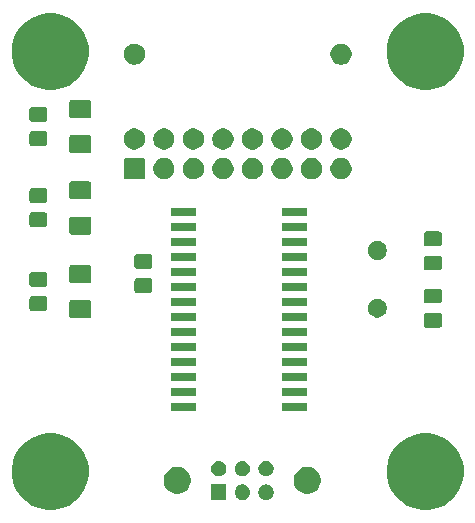
<source format=gbr>
G04 #@! TF.GenerationSoftware,KiCad,Pcbnew,(5.0.1)-3*
G04 #@! TF.CreationDate,2020-02-19T12:47:53-05:00*
G04 #@! TF.ProjectId,fill_sensing,66696C6C5F73656E73696E672E6B6963,rev?*
G04 #@! TF.SameCoordinates,Original*
G04 #@! TF.FileFunction,Soldermask,Top*
G04 #@! TF.FilePolarity,Negative*
%FSLAX46Y46*%
G04 Gerber Fmt 4.6, Leading zero omitted, Abs format (unit mm)*
G04 Created by KiCad (PCBNEW (5.0.1)-3) date 2020-02-19 12:47:53 PM*
%MOMM*%
%LPD*%
G01*
G04 APERTURE LIST*
%ADD10C,0.100000*%
G04 APERTURE END LIST*
D10*
G36*
X137032239Y-100697467D02*
X137346282Y-100759934D01*
X137937926Y-101005001D01*
X138466802Y-101358385D01*
X138470395Y-101360786D01*
X138923214Y-101813605D01*
X138923216Y-101813608D01*
X139278999Y-102346074D01*
X139524066Y-102937718D01*
X139547413Y-103055091D01*
X139649000Y-103565803D01*
X139649000Y-104206197D01*
X139648460Y-104208911D01*
X139524066Y-104834282D01*
X139278999Y-105425926D01*
X139069964Y-105738768D01*
X138923214Y-105958395D01*
X138470395Y-106411214D01*
X138470392Y-106411216D01*
X137937926Y-106766999D01*
X137346282Y-107012066D01*
X137032239Y-107074533D01*
X136718197Y-107137000D01*
X136077803Y-107137000D01*
X135763761Y-107074533D01*
X135449718Y-107012066D01*
X134858074Y-106766999D01*
X134325608Y-106411216D01*
X134325605Y-106411214D01*
X133872786Y-105958395D01*
X133726036Y-105738768D01*
X133517001Y-105425926D01*
X133271934Y-104834282D01*
X133147540Y-104208911D01*
X133147000Y-104206197D01*
X133147000Y-103565803D01*
X133248587Y-103055091D01*
X133271934Y-102937718D01*
X133517001Y-102346074D01*
X133872784Y-101813608D01*
X133872786Y-101813605D01*
X134325605Y-101360786D01*
X134329198Y-101358385D01*
X134858074Y-101005001D01*
X135449718Y-100759934D01*
X135763761Y-100697467D01*
X136077803Y-100635000D01*
X136718197Y-100635000D01*
X137032239Y-100697467D01*
X137032239Y-100697467D01*
G37*
G36*
X105282239Y-100697467D02*
X105596282Y-100759934D01*
X106187926Y-101005001D01*
X106716802Y-101358385D01*
X106720395Y-101360786D01*
X107173214Y-101813605D01*
X107173216Y-101813608D01*
X107528999Y-102346074D01*
X107774066Y-102937718D01*
X107797413Y-103055091D01*
X107899000Y-103565803D01*
X107899000Y-104206197D01*
X107898460Y-104208911D01*
X107774066Y-104834282D01*
X107528999Y-105425926D01*
X107319964Y-105738768D01*
X107173214Y-105958395D01*
X106720395Y-106411214D01*
X106720392Y-106411216D01*
X106187926Y-106766999D01*
X105596282Y-107012066D01*
X105282239Y-107074533D01*
X104968197Y-107137000D01*
X104327803Y-107137000D01*
X104013761Y-107074533D01*
X103699718Y-107012066D01*
X103108074Y-106766999D01*
X102575608Y-106411216D01*
X102575605Y-106411214D01*
X102122786Y-105958395D01*
X101976036Y-105738768D01*
X101767001Y-105425926D01*
X101521934Y-104834282D01*
X101397540Y-104208911D01*
X101397000Y-104206197D01*
X101397000Y-103565803D01*
X101498587Y-103055091D01*
X101521934Y-102937718D01*
X101767001Y-102346074D01*
X102122784Y-101813608D01*
X102122786Y-101813605D01*
X102575605Y-101360786D01*
X102579198Y-101358385D01*
X103108074Y-101005001D01*
X103699718Y-100759934D01*
X104013761Y-100697467D01*
X104327803Y-100635000D01*
X104968197Y-100635000D01*
X105282239Y-100697467D01*
X105282239Y-100697467D01*
G37*
G36*
X123093890Y-105006017D02*
X123212361Y-105055089D01*
X123318992Y-105126338D01*
X123409662Y-105217008D01*
X123480911Y-105323639D01*
X123529983Y-105442110D01*
X123555000Y-105567881D01*
X123555000Y-105696119D01*
X123529983Y-105821890D01*
X123480911Y-105940361D01*
X123409662Y-106046992D01*
X123318992Y-106137662D01*
X123212361Y-106208911D01*
X123093890Y-106257983D01*
X122968119Y-106283000D01*
X122839881Y-106283000D01*
X122714110Y-106257983D01*
X122595639Y-106208911D01*
X122489008Y-106137662D01*
X122398338Y-106046992D01*
X122327089Y-105940361D01*
X122278017Y-105821890D01*
X122253000Y-105696119D01*
X122253000Y-105567881D01*
X122278017Y-105442110D01*
X122327089Y-105323639D01*
X122398338Y-105217008D01*
X122489008Y-105126338D01*
X122595639Y-105055089D01*
X122714110Y-105006017D01*
X122839881Y-104981000D01*
X122968119Y-104981000D01*
X123093890Y-105006017D01*
X123093890Y-105006017D01*
G37*
G36*
X119555000Y-106283000D02*
X118253000Y-106283000D01*
X118253000Y-104981000D01*
X119555000Y-104981000D01*
X119555000Y-106283000D01*
X119555000Y-106283000D01*
G37*
G36*
X121093890Y-105006017D02*
X121212361Y-105055089D01*
X121318992Y-105126338D01*
X121409662Y-105217008D01*
X121480911Y-105323639D01*
X121529983Y-105442110D01*
X121555000Y-105567881D01*
X121555000Y-105696119D01*
X121529983Y-105821890D01*
X121480911Y-105940361D01*
X121409662Y-106046992D01*
X121318992Y-106137662D01*
X121212361Y-106208911D01*
X121093890Y-106257983D01*
X120968119Y-106283000D01*
X120839881Y-106283000D01*
X120714110Y-106257983D01*
X120595639Y-106208911D01*
X120489008Y-106137662D01*
X120398338Y-106046992D01*
X120327089Y-105940361D01*
X120278017Y-105821890D01*
X120253000Y-105696119D01*
X120253000Y-105567881D01*
X120278017Y-105442110D01*
X120327089Y-105323639D01*
X120398338Y-105217008D01*
X120489008Y-105126338D01*
X120595639Y-105055089D01*
X120714110Y-105006017D01*
X120839881Y-104981000D01*
X120968119Y-104981000D01*
X121093890Y-105006017D01*
X121093890Y-105006017D01*
G37*
G36*
X126739734Y-103525232D02*
X126949202Y-103611996D01*
X127137723Y-103737962D01*
X127298038Y-103898277D01*
X127424004Y-104086798D01*
X127510768Y-104296266D01*
X127555000Y-104518635D01*
X127555000Y-104745365D01*
X127510768Y-104967734D01*
X127424004Y-105177202D01*
X127298038Y-105365723D01*
X127137723Y-105526038D01*
X126949202Y-105652004D01*
X126739734Y-105738768D01*
X126517365Y-105783000D01*
X126290635Y-105783000D01*
X126068266Y-105738768D01*
X125858798Y-105652004D01*
X125670277Y-105526038D01*
X125509962Y-105365723D01*
X125383996Y-105177202D01*
X125297232Y-104967734D01*
X125253000Y-104745365D01*
X125253000Y-104518635D01*
X125297232Y-104296266D01*
X125383996Y-104086798D01*
X125509962Y-103898277D01*
X125670277Y-103737962D01*
X125858798Y-103611996D01*
X126068266Y-103525232D01*
X126290635Y-103481000D01*
X126517365Y-103481000D01*
X126739734Y-103525232D01*
X126739734Y-103525232D01*
G37*
G36*
X115739734Y-103525232D02*
X115949202Y-103611996D01*
X116137723Y-103737962D01*
X116298038Y-103898277D01*
X116424004Y-104086798D01*
X116510768Y-104296266D01*
X116555000Y-104518635D01*
X116555000Y-104745365D01*
X116510768Y-104967734D01*
X116424004Y-105177202D01*
X116298038Y-105365723D01*
X116137723Y-105526038D01*
X115949202Y-105652004D01*
X115739734Y-105738768D01*
X115517365Y-105783000D01*
X115290635Y-105783000D01*
X115068266Y-105738768D01*
X114858798Y-105652004D01*
X114670277Y-105526038D01*
X114509962Y-105365723D01*
X114383996Y-105177202D01*
X114297232Y-104967734D01*
X114253000Y-104745365D01*
X114253000Y-104518635D01*
X114297232Y-104296266D01*
X114383996Y-104086798D01*
X114509962Y-103898277D01*
X114670277Y-103737962D01*
X114858798Y-103611996D01*
X115068266Y-103525232D01*
X115290635Y-103481000D01*
X115517365Y-103481000D01*
X115739734Y-103525232D01*
X115739734Y-103525232D01*
G37*
G36*
X123093890Y-103006017D02*
X123212361Y-103055089D01*
X123318992Y-103126338D01*
X123409662Y-103217008D01*
X123480911Y-103323639D01*
X123529983Y-103442110D01*
X123555000Y-103567881D01*
X123555000Y-103696119D01*
X123529983Y-103821890D01*
X123480911Y-103940361D01*
X123409662Y-104046992D01*
X123318992Y-104137662D01*
X123212361Y-104208911D01*
X123093890Y-104257983D01*
X122968119Y-104283000D01*
X122839881Y-104283000D01*
X122714110Y-104257983D01*
X122595639Y-104208911D01*
X122489008Y-104137662D01*
X122398338Y-104046992D01*
X122327089Y-103940361D01*
X122278017Y-103821890D01*
X122253000Y-103696119D01*
X122253000Y-103567881D01*
X122278017Y-103442110D01*
X122327089Y-103323639D01*
X122398338Y-103217008D01*
X122489008Y-103126338D01*
X122595639Y-103055089D01*
X122714110Y-103006017D01*
X122839881Y-102981000D01*
X122968119Y-102981000D01*
X123093890Y-103006017D01*
X123093890Y-103006017D01*
G37*
G36*
X119093890Y-103006017D02*
X119212361Y-103055089D01*
X119318992Y-103126338D01*
X119409662Y-103217008D01*
X119480911Y-103323639D01*
X119529983Y-103442110D01*
X119555000Y-103567881D01*
X119555000Y-103696119D01*
X119529983Y-103821890D01*
X119480911Y-103940361D01*
X119409662Y-104046992D01*
X119318992Y-104137662D01*
X119212361Y-104208911D01*
X119093890Y-104257983D01*
X118968119Y-104283000D01*
X118839881Y-104283000D01*
X118714110Y-104257983D01*
X118595639Y-104208911D01*
X118489008Y-104137662D01*
X118398338Y-104046992D01*
X118327089Y-103940361D01*
X118278017Y-103821890D01*
X118253000Y-103696119D01*
X118253000Y-103567881D01*
X118278017Y-103442110D01*
X118327089Y-103323639D01*
X118398338Y-103217008D01*
X118489008Y-103126338D01*
X118595639Y-103055089D01*
X118714110Y-103006017D01*
X118839881Y-102981000D01*
X118968119Y-102981000D01*
X119093890Y-103006017D01*
X119093890Y-103006017D01*
G37*
G36*
X121093890Y-103006017D02*
X121212361Y-103055089D01*
X121318992Y-103126338D01*
X121409662Y-103217008D01*
X121480911Y-103323639D01*
X121529983Y-103442110D01*
X121555000Y-103567881D01*
X121555000Y-103696119D01*
X121529983Y-103821890D01*
X121480911Y-103940361D01*
X121409662Y-104046992D01*
X121318992Y-104137662D01*
X121212361Y-104208911D01*
X121093890Y-104257983D01*
X120968119Y-104283000D01*
X120839881Y-104283000D01*
X120714110Y-104257983D01*
X120595639Y-104208911D01*
X120489008Y-104137662D01*
X120398338Y-104046992D01*
X120327089Y-103940361D01*
X120278017Y-103821890D01*
X120253000Y-103696119D01*
X120253000Y-103567881D01*
X120278017Y-103442110D01*
X120327089Y-103323639D01*
X120398338Y-103217008D01*
X120489008Y-103126338D01*
X120595639Y-103055089D01*
X120714110Y-103006017D01*
X120839881Y-102981000D01*
X120968119Y-102981000D01*
X121093890Y-103006017D01*
X121093890Y-103006017D01*
G37*
G36*
X117001000Y-98776000D02*
X114899000Y-98776000D01*
X114899000Y-98074000D01*
X117001000Y-98074000D01*
X117001000Y-98776000D01*
X117001000Y-98776000D01*
G37*
G36*
X126401000Y-98776000D02*
X124299000Y-98776000D01*
X124299000Y-98074000D01*
X126401000Y-98074000D01*
X126401000Y-98776000D01*
X126401000Y-98776000D01*
G37*
G36*
X126401000Y-97506000D02*
X124299000Y-97506000D01*
X124299000Y-96804000D01*
X126401000Y-96804000D01*
X126401000Y-97506000D01*
X126401000Y-97506000D01*
G37*
G36*
X117001000Y-97506000D02*
X114899000Y-97506000D01*
X114899000Y-96804000D01*
X117001000Y-96804000D01*
X117001000Y-97506000D01*
X117001000Y-97506000D01*
G37*
G36*
X126401000Y-96236000D02*
X124299000Y-96236000D01*
X124299000Y-95534000D01*
X126401000Y-95534000D01*
X126401000Y-96236000D01*
X126401000Y-96236000D01*
G37*
G36*
X117001000Y-96236000D02*
X114899000Y-96236000D01*
X114899000Y-95534000D01*
X117001000Y-95534000D01*
X117001000Y-96236000D01*
X117001000Y-96236000D01*
G37*
G36*
X126401000Y-94966000D02*
X124299000Y-94966000D01*
X124299000Y-94264000D01*
X126401000Y-94264000D01*
X126401000Y-94966000D01*
X126401000Y-94966000D01*
G37*
G36*
X117001000Y-94966000D02*
X114899000Y-94966000D01*
X114899000Y-94264000D01*
X117001000Y-94264000D01*
X117001000Y-94966000D01*
X117001000Y-94966000D01*
G37*
G36*
X126401000Y-93696000D02*
X124299000Y-93696000D01*
X124299000Y-92994000D01*
X126401000Y-92994000D01*
X126401000Y-93696000D01*
X126401000Y-93696000D01*
G37*
G36*
X117001000Y-93696000D02*
X114899000Y-93696000D01*
X114899000Y-92994000D01*
X117001000Y-92994000D01*
X117001000Y-93696000D01*
X117001000Y-93696000D01*
G37*
G36*
X126401000Y-92426000D02*
X124299000Y-92426000D01*
X124299000Y-91724000D01*
X126401000Y-91724000D01*
X126401000Y-92426000D01*
X126401000Y-92426000D01*
G37*
G36*
X117001000Y-92426000D02*
X114899000Y-92426000D01*
X114899000Y-91724000D01*
X117001000Y-91724000D01*
X117001000Y-92426000D01*
X117001000Y-92426000D01*
G37*
G36*
X137621677Y-90455465D02*
X137659364Y-90466898D01*
X137694103Y-90485466D01*
X137724548Y-90510452D01*
X137749534Y-90540897D01*
X137768102Y-90575636D01*
X137779535Y-90613323D01*
X137784000Y-90658661D01*
X137784000Y-91495339D01*
X137779535Y-91540677D01*
X137768102Y-91578364D01*
X137749534Y-91613103D01*
X137724548Y-91643548D01*
X137694103Y-91668534D01*
X137659364Y-91687102D01*
X137621677Y-91698535D01*
X137576339Y-91703000D01*
X136489661Y-91703000D01*
X136444323Y-91698535D01*
X136406636Y-91687102D01*
X136371897Y-91668534D01*
X136341452Y-91643548D01*
X136316466Y-91613103D01*
X136297898Y-91578364D01*
X136286465Y-91540677D01*
X136282000Y-91495339D01*
X136282000Y-90658661D01*
X136286465Y-90613323D01*
X136297898Y-90575636D01*
X136316466Y-90540897D01*
X136341452Y-90510452D01*
X136371897Y-90485466D01*
X136406636Y-90466898D01*
X136444323Y-90455465D01*
X136489661Y-90451000D01*
X137576339Y-90451000D01*
X137621677Y-90455465D01*
X137621677Y-90455465D01*
G37*
G36*
X117001000Y-91156000D02*
X114899000Y-91156000D01*
X114899000Y-90454000D01*
X117001000Y-90454000D01*
X117001000Y-91156000D01*
X117001000Y-91156000D01*
G37*
G36*
X126401000Y-91156000D02*
X124299000Y-91156000D01*
X124299000Y-90454000D01*
X126401000Y-90454000D01*
X126401000Y-91156000D01*
X126401000Y-91156000D01*
G37*
G36*
X107963562Y-89374181D02*
X107998477Y-89384773D01*
X108030665Y-89401978D01*
X108058873Y-89425127D01*
X108082022Y-89453335D01*
X108099227Y-89485523D01*
X108109819Y-89520438D01*
X108114000Y-89562895D01*
X108114000Y-90704105D01*
X108109819Y-90746562D01*
X108099227Y-90781477D01*
X108082022Y-90813665D01*
X108058873Y-90841873D01*
X108030665Y-90865022D01*
X107998477Y-90882227D01*
X107963562Y-90892819D01*
X107921105Y-90897000D01*
X106454895Y-90897000D01*
X106412438Y-90892819D01*
X106377523Y-90882227D01*
X106345335Y-90865022D01*
X106317127Y-90841873D01*
X106293978Y-90813665D01*
X106276773Y-90781477D01*
X106266181Y-90746562D01*
X106262000Y-90704105D01*
X106262000Y-89562895D01*
X106266181Y-89520438D01*
X106276773Y-89485523D01*
X106293978Y-89453335D01*
X106317127Y-89425127D01*
X106345335Y-89401978D01*
X106377523Y-89384773D01*
X106412438Y-89374181D01*
X106454895Y-89370000D01*
X107921105Y-89370000D01*
X107963562Y-89374181D01*
X107963562Y-89374181D01*
G37*
G36*
X132567643Y-89272781D02*
X132713415Y-89333162D01*
X132844611Y-89420824D01*
X132956176Y-89532389D01*
X133043838Y-89663585D01*
X133104219Y-89809357D01*
X133135000Y-89964107D01*
X133135000Y-90121893D01*
X133104219Y-90276643D01*
X133043838Y-90422415D01*
X132956176Y-90553611D01*
X132844611Y-90665176D01*
X132713415Y-90752838D01*
X132567643Y-90813219D01*
X132412893Y-90844000D01*
X132255107Y-90844000D01*
X132100357Y-90813219D01*
X131954585Y-90752838D01*
X131823389Y-90665176D01*
X131711824Y-90553611D01*
X131624162Y-90422415D01*
X131563781Y-90276643D01*
X131533000Y-90121893D01*
X131533000Y-89964107D01*
X131563781Y-89809357D01*
X131624162Y-89663585D01*
X131711824Y-89532389D01*
X131823389Y-89420824D01*
X131954585Y-89333162D01*
X132100357Y-89272781D01*
X132255107Y-89242000D01*
X132412893Y-89242000D01*
X132567643Y-89272781D01*
X132567643Y-89272781D01*
G37*
G36*
X104220677Y-89040465D02*
X104258364Y-89051898D01*
X104293103Y-89070466D01*
X104323548Y-89095452D01*
X104348534Y-89125897D01*
X104367102Y-89160636D01*
X104378535Y-89198323D01*
X104383000Y-89243661D01*
X104383000Y-90080339D01*
X104378535Y-90125677D01*
X104367102Y-90163364D01*
X104348534Y-90198103D01*
X104323548Y-90228548D01*
X104293103Y-90253534D01*
X104258364Y-90272102D01*
X104220677Y-90283535D01*
X104175339Y-90288000D01*
X103088661Y-90288000D01*
X103043323Y-90283535D01*
X103005636Y-90272102D01*
X102970897Y-90253534D01*
X102940452Y-90228548D01*
X102915466Y-90198103D01*
X102896898Y-90163364D01*
X102885465Y-90125677D01*
X102881000Y-90080339D01*
X102881000Y-89243661D01*
X102885465Y-89198323D01*
X102896898Y-89160636D01*
X102915466Y-89125897D01*
X102940452Y-89095452D01*
X102970897Y-89070466D01*
X103005636Y-89051898D01*
X103043323Y-89040465D01*
X103088661Y-89036000D01*
X104175339Y-89036000D01*
X104220677Y-89040465D01*
X104220677Y-89040465D01*
G37*
G36*
X126401000Y-89886000D02*
X124299000Y-89886000D01*
X124299000Y-89184000D01*
X126401000Y-89184000D01*
X126401000Y-89886000D01*
X126401000Y-89886000D01*
G37*
G36*
X117001000Y-89886000D02*
X114899000Y-89886000D01*
X114899000Y-89184000D01*
X117001000Y-89184000D01*
X117001000Y-89886000D01*
X117001000Y-89886000D01*
G37*
G36*
X137621677Y-88405465D02*
X137659364Y-88416898D01*
X137694103Y-88435466D01*
X137724548Y-88460452D01*
X137749534Y-88490897D01*
X137768102Y-88525636D01*
X137779535Y-88563323D01*
X137784000Y-88608661D01*
X137784000Y-89445339D01*
X137779535Y-89490677D01*
X137768102Y-89528364D01*
X137749534Y-89563103D01*
X137724548Y-89593548D01*
X137694103Y-89618534D01*
X137659364Y-89637102D01*
X137621677Y-89648535D01*
X137576339Y-89653000D01*
X136489661Y-89653000D01*
X136444323Y-89648535D01*
X136406636Y-89637102D01*
X136371897Y-89618534D01*
X136341452Y-89593548D01*
X136316466Y-89563103D01*
X136297898Y-89528364D01*
X136286465Y-89490677D01*
X136282000Y-89445339D01*
X136282000Y-88608661D01*
X136286465Y-88563323D01*
X136297898Y-88525636D01*
X136316466Y-88490897D01*
X136341452Y-88460452D01*
X136371897Y-88435466D01*
X136406636Y-88416898D01*
X136444323Y-88405465D01*
X136489661Y-88401000D01*
X137576339Y-88401000D01*
X137621677Y-88405465D01*
X137621677Y-88405465D01*
G37*
G36*
X113110677Y-87516465D02*
X113148364Y-87527898D01*
X113183103Y-87546466D01*
X113213548Y-87571452D01*
X113238534Y-87601897D01*
X113257102Y-87636636D01*
X113268535Y-87674323D01*
X113273000Y-87719661D01*
X113273000Y-88556339D01*
X113268535Y-88601677D01*
X113257102Y-88639364D01*
X113238534Y-88674103D01*
X113213548Y-88704548D01*
X113183103Y-88729534D01*
X113148364Y-88748102D01*
X113110677Y-88759535D01*
X113065339Y-88764000D01*
X111978661Y-88764000D01*
X111933323Y-88759535D01*
X111895636Y-88748102D01*
X111860897Y-88729534D01*
X111830452Y-88704548D01*
X111805466Y-88674103D01*
X111786898Y-88639364D01*
X111775465Y-88601677D01*
X111771000Y-88556339D01*
X111771000Y-87719661D01*
X111775465Y-87674323D01*
X111786898Y-87636636D01*
X111805466Y-87601897D01*
X111830452Y-87571452D01*
X111860897Y-87546466D01*
X111895636Y-87527898D01*
X111933323Y-87516465D01*
X111978661Y-87512000D01*
X113065339Y-87512000D01*
X113110677Y-87516465D01*
X113110677Y-87516465D01*
G37*
G36*
X126401000Y-88616000D02*
X124299000Y-88616000D01*
X124299000Y-87914000D01*
X126401000Y-87914000D01*
X126401000Y-88616000D01*
X126401000Y-88616000D01*
G37*
G36*
X117001000Y-88616000D02*
X114899000Y-88616000D01*
X114899000Y-87914000D01*
X117001000Y-87914000D01*
X117001000Y-88616000D01*
X117001000Y-88616000D01*
G37*
G36*
X104220677Y-86990465D02*
X104258364Y-87001898D01*
X104293103Y-87020466D01*
X104323548Y-87045452D01*
X104348534Y-87075897D01*
X104367102Y-87110636D01*
X104378535Y-87148323D01*
X104383000Y-87193661D01*
X104383000Y-88030339D01*
X104378535Y-88075677D01*
X104367102Y-88113364D01*
X104348534Y-88148103D01*
X104323548Y-88178548D01*
X104293103Y-88203534D01*
X104258364Y-88222102D01*
X104220677Y-88233535D01*
X104175339Y-88238000D01*
X103088661Y-88238000D01*
X103043323Y-88233535D01*
X103005636Y-88222102D01*
X102970897Y-88203534D01*
X102940452Y-88178548D01*
X102915466Y-88148103D01*
X102896898Y-88113364D01*
X102885465Y-88075677D01*
X102881000Y-88030339D01*
X102881000Y-87193661D01*
X102885465Y-87148323D01*
X102896898Y-87110636D01*
X102915466Y-87075897D01*
X102940452Y-87045452D01*
X102970897Y-87020466D01*
X103005636Y-87001898D01*
X103043323Y-86990465D01*
X103088661Y-86986000D01*
X104175339Y-86986000D01*
X104220677Y-86990465D01*
X104220677Y-86990465D01*
G37*
G36*
X107963562Y-86399181D02*
X107998477Y-86409773D01*
X108030665Y-86426978D01*
X108058873Y-86450127D01*
X108082022Y-86478335D01*
X108099227Y-86510523D01*
X108109819Y-86545438D01*
X108114000Y-86587895D01*
X108114000Y-87729105D01*
X108109819Y-87771562D01*
X108099227Y-87806477D01*
X108082022Y-87838665D01*
X108058873Y-87866873D01*
X108030665Y-87890022D01*
X107998477Y-87907227D01*
X107963562Y-87917819D01*
X107921105Y-87922000D01*
X106454895Y-87922000D01*
X106412438Y-87917819D01*
X106377523Y-87907227D01*
X106345335Y-87890022D01*
X106317127Y-87866873D01*
X106293978Y-87838665D01*
X106276773Y-87806477D01*
X106266181Y-87771562D01*
X106262000Y-87729105D01*
X106262000Y-86587895D01*
X106266181Y-86545438D01*
X106276773Y-86510523D01*
X106293978Y-86478335D01*
X106317127Y-86450127D01*
X106345335Y-86426978D01*
X106377523Y-86409773D01*
X106412438Y-86399181D01*
X106454895Y-86395000D01*
X107921105Y-86395000D01*
X107963562Y-86399181D01*
X107963562Y-86399181D01*
G37*
G36*
X126401000Y-87346000D02*
X124299000Y-87346000D01*
X124299000Y-86644000D01*
X126401000Y-86644000D01*
X126401000Y-87346000D01*
X126401000Y-87346000D01*
G37*
G36*
X117001000Y-87346000D02*
X114899000Y-87346000D01*
X114899000Y-86644000D01*
X117001000Y-86644000D01*
X117001000Y-87346000D01*
X117001000Y-87346000D01*
G37*
G36*
X137621677Y-85611465D02*
X137659364Y-85622898D01*
X137694103Y-85641466D01*
X137724548Y-85666452D01*
X137749534Y-85696897D01*
X137768102Y-85731636D01*
X137779535Y-85769323D01*
X137784000Y-85814661D01*
X137784000Y-86651339D01*
X137779535Y-86696677D01*
X137768102Y-86734364D01*
X137749534Y-86769103D01*
X137724548Y-86799548D01*
X137694103Y-86824534D01*
X137659364Y-86843102D01*
X137621677Y-86854535D01*
X137576339Y-86859000D01*
X136489661Y-86859000D01*
X136444323Y-86854535D01*
X136406636Y-86843102D01*
X136371897Y-86824534D01*
X136341452Y-86799548D01*
X136316466Y-86769103D01*
X136297898Y-86734364D01*
X136286465Y-86696677D01*
X136282000Y-86651339D01*
X136282000Y-85814661D01*
X136286465Y-85769323D01*
X136297898Y-85731636D01*
X136316466Y-85696897D01*
X136341452Y-85666452D01*
X136371897Y-85641466D01*
X136406636Y-85622898D01*
X136444323Y-85611465D01*
X136489661Y-85607000D01*
X137576339Y-85607000D01*
X137621677Y-85611465D01*
X137621677Y-85611465D01*
G37*
G36*
X113110677Y-85466465D02*
X113148364Y-85477898D01*
X113183103Y-85496466D01*
X113213548Y-85521452D01*
X113238534Y-85551897D01*
X113257102Y-85586636D01*
X113268535Y-85624323D01*
X113273000Y-85669661D01*
X113273000Y-86506339D01*
X113268535Y-86551677D01*
X113257102Y-86589364D01*
X113238534Y-86624103D01*
X113213548Y-86654548D01*
X113183103Y-86679534D01*
X113148364Y-86698102D01*
X113110677Y-86709535D01*
X113065339Y-86714000D01*
X111978661Y-86714000D01*
X111933323Y-86709535D01*
X111895636Y-86698102D01*
X111860897Y-86679534D01*
X111830452Y-86654548D01*
X111805466Y-86624103D01*
X111786898Y-86589364D01*
X111775465Y-86551677D01*
X111771000Y-86506339D01*
X111771000Y-85669661D01*
X111775465Y-85624323D01*
X111786898Y-85586636D01*
X111805466Y-85551897D01*
X111830452Y-85521452D01*
X111860897Y-85496466D01*
X111895636Y-85477898D01*
X111933323Y-85466465D01*
X111978661Y-85462000D01*
X113065339Y-85462000D01*
X113110677Y-85466465D01*
X113110677Y-85466465D01*
G37*
G36*
X117001000Y-86076000D02*
X114899000Y-86076000D01*
X114899000Y-85374000D01*
X117001000Y-85374000D01*
X117001000Y-86076000D01*
X117001000Y-86076000D01*
G37*
G36*
X126401000Y-86076000D02*
X124299000Y-86076000D01*
X124299000Y-85374000D01*
X126401000Y-85374000D01*
X126401000Y-86076000D01*
X126401000Y-86076000D01*
G37*
G36*
X132567643Y-84392781D02*
X132713415Y-84453162D01*
X132844611Y-84540824D01*
X132956176Y-84652389D01*
X133043838Y-84783585D01*
X133104219Y-84929357D01*
X133135000Y-85084107D01*
X133135000Y-85241893D01*
X133104219Y-85396643D01*
X133043838Y-85542415D01*
X132956176Y-85673611D01*
X132844611Y-85785176D01*
X132713415Y-85872838D01*
X132567643Y-85933219D01*
X132412893Y-85964000D01*
X132255107Y-85964000D01*
X132100357Y-85933219D01*
X131954585Y-85872838D01*
X131823389Y-85785176D01*
X131711824Y-85673611D01*
X131624162Y-85542415D01*
X131563781Y-85396643D01*
X131533000Y-85241893D01*
X131533000Y-85084107D01*
X131563781Y-84929357D01*
X131624162Y-84783585D01*
X131711824Y-84652389D01*
X131823389Y-84540824D01*
X131954585Y-84453162D01*
X132100357Y-84392781D01*
X132255107Y-84362000D01*
X132412893Y-84362000D01*
X132567643Y-84392781D01*
X132567643Y-84392781D01*
G37*
G36*
X137621677Y-83561465D02*
X137659364Y-83572898D01*
X137694103Y-83591466D01*
X137724548Y-83616452D01*
X137749534Y-83646897D01*
X137768102Y-83681636D01*
X137779535Y-83719323D01*
X137784000Y-83764661D01*
X137784000Y-84601339D01*
X137779535Y-84646677D01*
X137768102Y-84684364D01*
X137749534Y-84719103D01*
X137724548Y-84749548D01*
X137694103Y-84774534D01*
X137659364Y-84793102D01*
X137621677Y-84804535D01*
X137576339Y-84809000D01*
X136489661Y-84809000D01*
X136444323Y-84804535D01*
X136406636Y-84793102D01*
X136371897Y-84774534D01*
X136341452Y-84749548D01*
X136316466Y-84719103D01*
X136297898Y-84684364D01*
X136286465Y-84646677D01*
X136282000Y-84601339D01*
X136282000Y-83764661D01*
X136286465Y-83719323D01*
X136297898Y-83681636D01*
X136316466Y-83646897D01*
X136341452Y-83616452D01*
X136371897Y-83591466D01*
X136406636Y-83572898D01*
X136444323Y-83561465D01*
X136489661Y-83557000D01*
X137576339Y-83557000D01*
X137621677Y-83561465D01*
X137621677Y-83561465D01*
G37*
G36*
X126401000Y-84806000D02*
X124299000Y-84806000D01*
X124299000Y-84104000D01*
X126401000Y-84104000D01*
X126401000Y-84806000D01*
X126401000Y-84806000D01*
G37*
G36*
X117001000Y-84806000D02*
X114899000Y-84806000D01*
X114899000Y-84104000D01*
X117001000Y-84104000D01*
X117001000Y-84806000D01*
X117001000Y-84806000D01*
G37*
G36*
X107963562Y-82298681D02*
X107998477Y-82309273D01*
X108030665Y-82326478D01*
X108058873Y-82349627D01*
X108082022Y-82377835D01*
X108099227Y-82410023D01*
X108109819Y-82444938D01*
X108114000Y-82487395D01*
X108114000Y-83628605D01*
X108109819Y-83671062D01*
X108099227Y-83705977D01*
X108082022Y-83738165D01*
X108058873Y-83766373D01*
X108030665Y-83789522D01*
X107998477Y-83806727D01*
X107963562Y-83817319D01*
X107921105Y-83821500D01*
X106454895Y-83821500D01*
X106412438Y-83817319D01*
X106377523Y-83806727D01*
X106345335Y-83789522D01*
X106317127Y-83766373D01*
X106293978Y-83738165D01*
X106276773Y-83705977D01*
X106266181Y-83671062D01*
X106262000Y-83628605D01*
X106262000Y-82487395D01*
X106266181Y-82444938D01*
X106276773Y-82410023D01*
X106293978Y-82377835D01*
X106317127Y-82349627D01*
X106345335Y-82326478D01*
X106377523Y-82309273D01*
X106412438Y-82298681D01*
X106454895Y-82294500D01*
X107921105Y-82294500D01*
X107963562Y-82298681D01*
X107963562Y-82298681D01*
G37*
G36*
X126401000Y-83536000D02*
X124299000Y-83536000D01*
X124299000Y-82834000D01*
X126401000Y-82834000D01*
X126401000Y-83536000D01*
X126401000Y-83536000D01*
G37*
G36*
X117001000Y-83536000D02*
X114899000Y-83536000D01*
X114899000Y-82834000D01*
X117001000Y-82834000D01*
X117001000Y-83536000D01*
X117001000Y-83536000D01*
G37*
G36*
X104220677Y-81946465D02*
X104258364Y-81957898D01*
X104293103Y-81976466D01*
X104323548Y-82001452D01*
X104348534Y-82031897D01*
X104367102Y-82066636D01*
X104378535Y-82104323D01*
X104383000Y-82149661D01*
X104383000Y-82986339D01*
X104378535Y-83031677D01*
X104367102Y-83069364D01*
X104348534Y-83104103D01*
X104323548Y-83134548D01*
X104293103Y-83159534D01*
X104258364Y-83178102D01*
X104220677Y-83189535D01*
X104175339Y-83194000D01*
X103088661Y-83194000D01*
X103043323Y-83189535D01*
X103005636Y-83178102D01*
X102970897Y-83159534D01*
X102940452Y-83134548D01*
X102915466Y-83104103D01*
X102896898Y-83069364D01*
X102885465Y-83031677D01*
X102881000Y-82986339D01*
X102881000Y-82149661D01*
X102885465Y-82104323D01*
X102896898Y-82066636D01*
X102915466Y-82031897D01*
X102940452Y-82001452D01*
X102970897Y-81976466D01*
X103005636Y-81957898D01*
X103043323Y-81946465D01*
X103088661Y-81942000D01*
X104175339Y-81942000D01*
X104220677Y-81946465D01*
X104220677Y-81946465D01*
G37*
G36*
X126401000Y-82266000D02*
X124299000Y-82266000D01*
X124299000Y-81564000D01*
X126401000Y-81564000D01*
X126401000Y-82266000D01*
X126401000Y-82266000D01*
G37*
G36*
X117001000Y-82266000D02*
X114899000Y-82266000D01*
X114899000Y-81564000D01*
X117001000Y-81564000D01*
X117001000Y-82266000D01*
X117001000Y-82266000D01*
G37*
G36*
X104220677Y-79896465D02*
X104258364Y-79907898D01*
X104293103Y-79926466D01*
X104323548Y-79951452D01*
X104348534Y-79981897D01*
X104367102Y-80016636D01*
X104378535Y-80054323D01*
X104383000Y-80099661D01*
X104383000Y-80936339D01*
X104378535Y-80981677D01*
X104367102Y-81019364D01*
X104348534Y-81054103D01*
X104323548Y-81084548D01*
X104293103Y-81109534D01*
X104258364Y-81128102D01*
X104220677Y-81139535D01*
X104175339Y-81144000D01*
X103088661Y-81144000D01*
X103043323Y-81139535D01*
X103005636Y-81128102D01*
X102970897Y-81109534D01*
X102940452Y-81084548D01*
X102915466Y-81054103D01*
X102896898Y-81019364D01*
X102885465Y-80981677D01*
X102881000Y-80936339D01*
X102881000Y-80099661D01*
X102885465Y-80054323D01*
X102896898Y-80016636D01*
X102915466Y-79981897D01*
X102940452Y-79951452D01*
X102970897Y-79926466D01*
X103005636Y-79907898D01*
X103043323Y-79896465D01*
X103088661Y-79892000D01*
X104175339Y-79892000D01*
X104220677Y-79896465D01*
X104220677Y-79896465D01*
G37*
G36*
X107963562Y-79323681D02*
X107998477Y-79334273D01*
X108030665Y-79351478D01*
X108058873Y-79374627D01*
X108082022Y-79402835D01*
X108099227Y-79435023D01*
X108109819Y-79469938D01*
X108114000Y-79512395D01*
X108114000Y-80653605D01*
X108109819Y-80696062D01*
X108099227Y-80730977D01*
X108082022Y-80763165D01*
X108058873Y-80791373D01*
X108030665Y-80814522D01*
X107998477Y-80831727D01*
X107963562Y-80842319D01*
X107921105Y-80846500D01*
X106454895Y-80846500D01*
X106412438Y-80842319D01*
X106377523Y-80831727D01*
X106345335Y-80814522D01*
X106317127Y-80791373D01*
X106293978Y-80763165D01*
X106276773Y-80730977D01*
X106266181Y-80696062D01*
X106262000Y-80653605D01*
X106262000Y-79512395D01*
X106266181Y-79469938D01*
X106276773Y-79435023D01*
X106293978Y-79402835D01*
X106317127Y-79374627D01*
X106345335Y-79351478D01*
X106377523Y-79334273D01*
X106412438Y-79323681D01*
X106454895Y-79319500D01*
X107921105Y-79319500D01*
X107963562Y-79323681D01*
X107963562Y-79323681D01*
G37*
G36*
X114522812Y-77365624D02*
X114686784Y-77433544D01*
X114834354Y-77532147D01*
X114959853Y-77657646D01*
X115058456Y-77805216D01*
X115126376Y-77969188D01*
X115161000Y-78143259D01*
X115161000Y-78320741D01*
X115126376Y-78494812D01*
X115058456Y-78658784D01*
X114959853Y-78806354D01*
X114834354Y-78931853D01*
X114686784Y-79030456D01*
X114522812Y-79098376D01*
X114348741Y-79133000D01*
X114171259Y-79133000D01*
X113997188Y-79098376D01*
X113833216Y-79030456D01*
X113685646Y-78931853D01*
X113560147Y-78806354D01*
X113461544Y-78658784D01*
X113393624Y-78494812D01*
X113359000Y-78320741D01*
X113359000Y-78143259D01*
X113393624Y-77969188D01*
X113461544Y-77805216D01*
X113560147Y-77657646D01*
X113685646Y-77532147D01*
X113833216Y-77433544D01*
X113997188Y-77365624D01*
X114171259Y-77331000D01*
X114348741Y-77331000D01*
X114522812Y-77365624D01*
X114522812Y-77365624D01*
G37*
G36*
X117022812Y-77365624D02*
X117186784Y-77433544D01*
X117334354Y-77532147D01*
X117459853Y-77657646D01*
X117558456Y-77805216D01*
X117626376Y-77969188D01*
X117661000Y-78143259D01*
X117661000Y-78320741D01*
X117626376Y-78494812D01*
X117558456Y-78658784D01*
X117459853Y-78806354D01*
X117334354Y-78931853D01*
X117186784Y-79030456D01*
X117022812Y-79098376D01*
X116848741Y-79133000D01*
X116671259Y-79133000D01*
X116497188Y-79098376D01*
X116333216Y-79030456D01*
X116185646Y-78931853D01*
X116060147Y-78806354D01*
X115961544Y-78658784D01*
X115893624Y-78494812D01*
X115859000Y-78320741D01*
X115859000Y-78143259D01*
X115893624Y-77969188D01*
X115961544Y-77805216D01*
X116060147Y-77657646D01*
X116185646Y-77532147D01*
X116333216Y-77433544D01*
X116497188Y-77365624D01*
X116671259Y-77331000D01*
X116848741Y-77331000D01*
X117022812Y-77365624D01*
X117022812Y-77365624D01*
G37*
G36*
X119522812Y-77365624D02*
X119686784Y-77433544D01*
X119834354Y-77532147D01*
X119959853Y-77657646D01*
X120058456Y-77805216D01*
X120126376Y-77969188D01*
X120161000Y-78143259D01*
X120161000Y-78320741D01*
X120126376Y-78494812D01*
X120058456Y-78658784D01*
X119959853Y-78806354D01*
X119834354Y-78931853D01*
X119686784Y-79030456D01*
X119522812Y-79098376D01*
X119348741Y-79133000D01*
X119171259Y-79133000D01*
X118997188Y-79098376D01*
X118833216Y-79030456D01*
X118685646Y-78931853D01*
X118560147Y-78806354D01*
X118461544Y-78658784D01*
X118393624Y-78494812D01*
X118359000Y-78320741D01*
X118359000Y-78143259D01*
X118393624Y-77969188D01*
X118461544Y-77805216D01*
X118560147Y-77657646D01*
X118685646Y-77532147D01*
X118833216Y-77433544D01*
X118997188Y-77365624D01*
X119171259Y-77331000D01*
X119348741Y-77331000D01*
X119522812Y-77365624D01*
X119522812Y-77365624D01*
G37*
G36*
X122022812Y-77365624D02*
X122186784Y-77433544D01*
X122334354Y-77532147D01*
X122459853Y-77657646D01*
X122558456Y-77805216D01*
X122626376Y-77969188D01*
X122661000Y-78143259D01*
X122661000Y-78320741D01*
X122626376Y-78494812D01*
X122558456Y-78658784D01*
X122459853Y-78806354D01*
X122334354Y-78931853D01*
X122186784Y-79030456D01*
X122022812Y-79098376D01*
X121848741Y-79133000D01*
X121671259Y-79133000D01*
X121497188Y-79098376D01*
X121333216Y-79030456D01*
X121185646Y-78931853D01*
X121060147Y-78806354D01*
X120961544Y-78658784D01*
X120893624Y-78494812D01*
X120859000Y-78320741D01*
X120859000Y-78143259D01*
X120893624Y-77969188D01*
X120961544Y-77805216D01*
X121060147Y-77657646D01*
X121185646Y-77532147D01*
X121333216Y-77433544D01*
X121497188Y-77365624D01*
X121671259Y-77331000D01*
X121848741Y-77331000D01*
X122022812Y-77365624D01*
X122022812Y-77365624D01*
G37*
G36*
X129522812Y-77365624D02*
X129686784Y-77433544D01*
X129834354Y-77532147D01*
X129959853Y-77657646D01*
X130058456Y-77805216D01*
X130126376Y-77969188D01*
X130161000Y-78143259D01*
X130161000Y-78320741D01*
X130126376Y-78494812D01*
X130058456Y-78658784D01*
X129959853Y-78806354D01*
X129834354Y-78931853D01*
X129686784Y-79030456D01*
X129522812Y-79098376D01*
X129348741Y-79133000D01*
X129171259Y-79133000D01*
X128997188Y-79098376D01*
X128833216Y-79030456D01*
X128685646Y-78931853D01*
X128560147Y-78806354D01*
X128461544Y-78658784D01*
X128393624Y-78494812D01*
X128359000Y-78320741D01*
X128359000Y-78143259D01*
X128393624Y-77969188D01*
X128461544Y-77805216D01*
X128560147Y-77657646D01*
X128685646Y-77532147D01*
X128833216Y-77433544D01*
X128997188Y-77365624D01*
X129171259Y-77331000D01*
X129348741Y-77331000D01*
X129522812Y-77365624D01*
X129522812Y-77365624D01*
G37*
G36*
X127022812Y-77365624D02*
X127186784Y-77433544D01*
X127334354Y-77532147D01*
X127459853Y-77657646D01*
X127558456Y-77805216D01*
X127626376Y-77969188D01*
X127661000Y-78143259D01*
X127661000Y-78320741D01*
X127626376Y-78494812D01*
X127558456Y-78658784D01*
X127459853Y-78806354D01*
X127334354Y-78931853D01*
X127186784Y-79030456D01*
X127022812Y-79098376D01*
X126848741Y-79133000D01*
X126671259Y-79133000D01*
X126497188Y-79098376D01*
X126333216Y-79030456D01*
X126185646Y-78931853D01*
X126060147Y-78806354D01*
X125961544Y-78658784D01*
X125893624Y-78494812D01*
X125859000Y-78320741D01*
X125859000Y-78143259D01*
X125893624Y-77969188D01*
X125961544Y-77805216D01*
X126060147Y-77657646D01*
X126185646Y-77532147D01*
X126333216Y-77433544D01*
X126497188Y-77365624D01*
X126671259Y-77331000D01*
X126848741Y-77331000D01*
X127022812Y-77365624D01*
X127022812Y-77365624D01*
G37*
G36*
X112518600Y-77334989D02*
X112551649Y-77345014D01*
X112582106Y-77361294D01*
X112608799Y-77383201D01*
X112630706Y-77409894D01*
X112646986Y-77440351D01*
X112657011Y-77473400D01*
X112661000Y-77513904D01*
X112661000Y-78950096D01*
X112657011Y-78990600D01*
X112646986Y-79023649D01*
X112630706Y-79054106D01*
X112608799Y-79080799D01*
X112582106Y-79102706D01*
X112551649Y-79118986D01*
X112518600Y-79129011D01*
X112478096Y-79133000D01*
X111041904Y-79133000D01*
X111001400Y-79129011D01*
X110968351Y-79118986D01*
X110937894Y-79102706D01*
X110911201Y-79080799D01*
X110889294Y-79054106D01*
X110873014Y-79023649D01*
X110862989Y-78990600D01*
X110859000Y-78950096D01*
X110859000Y-77513904D01*
X110862989Y-77473400D01*
X110873014Y-77440351D01*
X110889294Y-77409894D01*
X110911201Y-77383201D01*
X110937894Y-77361294D01*
X110968351Y-77345014D01*
X111001400Y-77334989D01*
X111041904Y-77331000D01*
X112478096Y-77331000D01*
X112518600Y-77334989D01*
X112518600Y-77334989D01*
G37*
G36*
X124522812Y-77365624D02*
X124686784Y-77433544D01*
X124834354Y-77532147D01*
X124959853Y-77657646D01*
X125058456Y-77805216D01*
X125126376Y-77969188D01*
X125161000Y-78143259D01*
X125161000Y-78320741D01*
X125126376Y-78494812D01*
X125058456Y-78658784D01*
X124959853Y-78806354D01*
X124834354Y-78931853D01*
X124686784Y-79030456D01*
X124522812Y-79098376D01*
X124348741Y-79133000D01*
X124171259Y-79133000D01*
X123997188Y-79098376D01*
X123833216Y-79030456D01*
X123685646Y-78931853D01*
X123560147Y-78806354D01*
X123461544Y-78658784D01*
X123393624Y-78494812D01*
X123359000Y-78320741D01*
X123359000Y-78143259D01*
X123393624Y-77969188D01*
X123461544Y-77805216D01*
X123560147Y-77657646D01*
X123685646Y-77532147D01*
X123833216Y-77433544D01*
X123997188Y-77365624D01*
X124171259Y-77331000D01*
X124348741Y-77331000D01*
X124522812Y-77365624D01*
X124522812Y-77365624D01*
G37*
G36*
X107963562Y-75404181D02*
X107998477Y-75414773D01*
X108030665Y-75431978D01*
X108058873Y-75455127D01*
X108082022Y-75483335D01*
X108099227Y-75515523D01*
X108109819Y-75550438D01*
X108114000Y-75592895D01*
X108114000Y-76734105D01*
X108109819Y-76776562D01*
X108099227Y-76811477D01*
X108082022Y-76843665D01*
X108058873Y-76871873D01*
X108030665Y-76895022D01*
X107998477Y-76912227D01*
X107963562Y-76922819D01*
X107921105Y-76927000D01*
X106454895Y-76927000D01*
X106412438Y-76922819D01*
X106377523Y-76912227D01*
X106345335Y-76895022D01*
X106317127Y-76871873D01*
X106293978Y-76843665D01*
X106276773Y-76811477D01*
X106266181Y-76776562D01*
X106262000Y-76734105D01*
X106262000Y-75592895D01*
X106266181Y-75550438D01*
X106276773Y-75515523D01*
X106293978Y-75483335D01*
X106317127Y-75455127D01*
X106345335Y-75431978D01*
X106377523Y-75414773D01*
X106412438Y-75404181D01*
X106454895Y-75400000D01*
X107921105Y-75400000D01*
X107963562Y-75404181D01*
X107963562Y-75404181D01*
G37*
G36*
X119522812Y-74865624D02*
X119686784Y-74933544D01*
X119834354Y-75032147D01*
X119959853Y-75157646D01*
X120058456Y-75305216D01*
X120126376Y-75469188D01*
X120161000Y-75643259D01*
X120161000Y-75820741D01*
X120126376Y-75994812D01*
X120058456Y-76158784D01*
X119959853Y-76306354D01*
X119834354Y-76431853D01*
X119686784Y-76530456D01*
X119522812Y-76598376D01*
X119348741Y-76633000D01*
X119171259Y-76633000D01*
X118997188Y-76598376D01*
X118833216Y-76530456D01*
X118685646Y-76431853D01*
X118560147Y-76306354D01*
X118461544Y-76158784D01*
X118393624Y-75994812D01*
X118359000Y-75820741D01*
X118359000Y-75643259D01*
X118393624Y-75469188D01*
X118461544Y-75305216D01*
X118560147Y-75157646D01*
X118685646Y-75032147D01*
X118833216Y-74933544D01*
X118997188Y-74865624D01*
X119171259Y-74831000D01*
X119348741Y-74831000D01*
X119522812Y-74865624D01*
X119522812Y-74865624D01*
G37*
G36*
X129522812Y-74865624D02*
X129686784Y-74933544D01*
X129834354Y-75032147D01*
X129959853Y-75157646D01*
X130058456Y-75305216D01*
X130126376Y-75469188D01*
X130161000Y-75643259D01*
X130161000Y-75820741D01*
X130126376Y-75994812D01*
X130058456Y-76158784D01*
X129959853Y-76306354D01*
X129834354Y-76431853D01*
X129686784Y-76530456D01*
X129522812Y-76598376D01*
X129348741Y-76633000D01*
X129171259Y-76633000D01*
X128997188Y-76598376D01*
X128833216Y-76530456D01*
X128685646Y-76431853D01*
X128560147Y-76306354D01*
X128461544Y-76158784D01*
X128393624Y-75994812D01*
X128359000Y-75820741D01*
X128359000Y-75643259D01*
X128393624Y-75469188D01*
X128461544Y-75305216D01*
X128560147Y-75157646D01*
X128685646Y-75032147D01*
X128833216Y-74933544D01*
X128997188Y-74865624D01*
X129171259Y-74831000D01*
X129348741Y-74831000D01*
X129522812Y-74865624D01*
X129522812Y-74865624D01*
G37*
G36*
X124522812Y-74865624D02*
X124686784Y-74933544D01*
X124834354Y-75032147D01*
X124959853Y-75157646D01*
X125058456Y-75305216D01*
X125126376Y-75469188D01*
X125161000Y-75643259D01*
X125161000Y-75820741D01*
X125126376Y-75994812D01*
X125058456Y-76158784D01*
X124959853Y-76306354D01*
X124834354Y-76431853D01*
X124686784Y-76530456D01*
X124522812Y-76598376D01*
X124348741Y-76633000D01*
X124171259Y-76633000D01*
X123997188Y-76598376D01*
X123833216Y-76530456D01*
X123685646Y-76431853D01*
X123560147Y-76306354D01*
X123461544Y-76158784D01*
X123393624Y-75994812D01*
X123359000Y-75820741D01*
X123359000Y-75643259D01*
X123393624Y-75469188D01*
X123461544Y-75305216D01*
X123560147Y-75157646D01*
X123685646Y-75032147D01*
X123833216Y-74933544D01*
X123997188Y-74865624D01*
X124171259Y-74831000D01*
X124348741Y-74831000D01*
X124522812Y-74865624D01*
X124522812Y-74865624D01*
G37*
G36*
X127022812Y-74865624D02*
X127186784Y-74933544D01*
X127334354Y-75032147D01*
X127459853Y-75157646D01*
X127558456Y-75305216D01*
X127626376Y-75469188D01*
X127661000Y-75643259D01*
X127661000Y-75820741D01*
X127626376Y-75994812D01*
X127558456Y-76158784D01*
X127459853Y-76306354D01*
X127334354Y-76431853D01*
X127186784Y-76530456D01*
X127022812Y-76598376D01*
X126848741Y-76633000D01*
X126671259Y-76633000D01*
X126497188Y-76598376D01*
X126333216Y-76530456D01*
X126185646Y-76431853D01*
X126060147Y-76306354D01*
X125961544Y-76158784D01*
X125893624Y-75994812D01*
X125859000Y-75820741D01*
X125859000Y-75643259D01*
X125893624Y-75469188D01*
X125961544Y-75305216D01*
X126060147Y-75157646D01*
X126185646Y-75032147D01*
X126333216Y-74933544D01*
X126497188Y-74865624D01*
X126671259Y-74831000D01*
X126848741Y-74831000D01*
X127022812Y-74865624D01*
X127022812Y-74865624D01*
G37*
G36*
X122022812Y-74865624D02*
X122186784Y-74933544D01*
X122334354Y-75032147D01*
X122459853Y-75157646D01*
X122558456Y-75305216D01*
X122626376Y-75469188D01*
X122661000Y-75643259D01*
X122661000Y-75820741D01*
X122626376Y-75994812D01*
X122558456Y-76158784D01*
X122459853Y-76306354D01*
X122334354Y-76431853D01*
X122186784Y-76530456D01*
X122022812Y-76598376D01*
X121848741Y-76633000D01*
X121671259Y-76633000D01*
X121497188Y-76598376D01*
X121333216Y-76530456D01*
X121185646Y-76431853D01*
X121060147Y-76306354D01*
X120961544Y-76158784D01*
X120893624Y-75994812D01*
X120859000Y-75820741D01*
X120859000Y-75643259D01*
X120893624Y-75469188D01*
X120961544Y-75305216D01*
X121060147Y-75157646D01*
X121185646Y-75032147D01*
X121333216Y-74933544D01*
X121497188Y-74865624D01*
X121671259Y-74831000D01*
X121848741Y-74831000D01*
X122022812Y-74865624D01*
X122022812Y-74865624D01*
G37*
G36*
X114522812Y-74865624D02*
X114686784Y-74933544D01*
X114834354Y-75032147D01*
X114959853Y-75157646D01*
X115058456Y-75305216D01*
X115126376Y-75469188D01*
X115161000Y-75643259D01*
X115161000Y-75820741D01*
X115126376Y-75994812D01*
X115058456Y-76158784D01*
X114959853Y-76306354D01*
X114834354Y-76431853D01*
X114686784Y-76530456D01*
X114522812Y-76598376D01*
X114348741Y-76633000D01*
X114171259Y-76633000D01*
X113997188Y-76598376D01*
X113833216Y-76530456D01*
X113685646Y-76431853D01*
X113560147Y-76306354D01*
X113461544Y-76158784D01*
X113393624Y-75994812D01*
X113359000Y-75820741D01*
X113359000Y-75643259D01*
X113393624Y-75469188D01*
X113461544Y-75305216D01*
X113560147Y-75157646D01*
X113685646Y-75032147D01*
X113833216Y-74933544D01*
X113997188Y-74865624D01*
X114171259Y-74831000D01*
X114348741Y-74831000D01*
X114522812Y-74865624D01*
X114522812Y-74865624D01*
G37*
G36*
X112022812Y-74865624D02*
X112186784Y-74933544D01*
X112334354Y-75032147D01*
X112459853Y-75157646D01*
X112558456Y-75305216D01*
X112626376Y-75469188D01*
X112661000Y-75643259D01*
X112661000Y-75820741D01*
X112626376Y-75994812D01*
X112558456Y-76158784D01*
X112459853Y-76306354D01*
X112334354Y-76431853D01*
X112186784Y-76530456D01*
X112022812Y-76598376D01*
X111848741Y-76633000D01*
X111671259Y-76633000D01*
X111497188Y-76598376D01*
X111333216Y-76530456D01*
X111185646Y-76431853D01*
X111060147Y-76306354D01*
X110961544Y-76158784D01*
X110893624Y-75994812D01*
X110859000Y-75820741D01*
X110859000Y-75643259D01*
X110893624Y-75469188D01*
X110961544Y-75305216D01*
X111060147Y-75157646D01*
X111185646Y-75032147D01*
X111333216Y-74933544D01*
X111497188Y-74865624D01*
X111671259Y-74831000D01*
X111848741Y-74831000D01*
X112022812Y-74865624D01*
X112022812Y-74865624D01*
G37*
G36*
X117022812Y-74865624D02*
X117186784Y-74933544D01*
X117334354Y-75032147D01*
X117459853Y-75157646D01*
X117558456Y-75305216D01*
X117626376Y-75469188D01*
X117661000Y-75643259D01*
X117661000Y-75820741D01*
X117626376Y-75994812D01*
X117558456Y-76158784D01*
X117459853Y-76306354D01*
X117334354Y-76431853D01*
X117186784Y-76530456D01*
X117022812Y-76598376D01*
X116848741Y-76633000D01*
X116671259Y-76633000D01*
X116497188Y-76598376D01*
X116333216Y-76530456D01*
X116185646Y-76431853D01*
X116060147Y-76306354D01*
X115961544Y-76158784D01*
X115893624Y-75994812D01*
X115859000Y-75820741D01*
X115859000Y-75643259D01*
X115893624Y-75469188D01*
X115961544Y-75305216D01*
X116060147Y-75157646D01*
X116185646Y-75032147D01*
X116333216Y-74933544D01*
X116497188Y-74865624D01*
X116671259Y-74831000D01*
X116848741Y-74831000D01*
X117022812Y-74865624D01*
X117022812Y-74865624D01*
G37*
G36*
X104220677Y-75070465D02*
X104258364Y-75081898D01*
X104293103Y-75100466D01*
X104323548Y-75125452D01*
X104348534Y-75155897D01*
X104367102Y-75190636D01*
X104378535Y-75228323D01*
X104383000Y-75273661D01*
X104383000Y-76110339D01*
X104378535Y-76155677D01*
X104367102Y-76193364D01*
X104348534Y-76228103D01*
X104323548Y-76258548D01*
X104293103Y-76283534D01*
X104258364Y-76302102D01*
X104220677Y-76313535D01*
X104175339Y-76318000D01*
X103088661Y-76318000D01*
X103043323Y-76313535D01*
X103005636Y-76302102D01*
X102970897Y-76283534D01*
X102940452Y-76258548D01*
X102915466Y-76228103D01*
X102896898Y-76193364D01*
X102885465Y-76155677D01*
X102881000Y-76110339D01*
X102881000Y-75273661D01*
X102885465Y-75228323D01*
X102896898Y-75190636D01*
X102915466Y-75155897D01*
X102940452Y-75125452D01*
X102970897Y-75100466D01*
X103005636Y-75081898D01*
X103043323Y-75070465D01*
X103088661Y-75066000D01*
X104175339Y-75066000D01*
X104220677Y-75070465D01*
X104220677Y-75070465D01*
G37*
G36*
X104220677Y-73020465D02*
X104258364Y-73031898D01*
X104293103Y-73050466D01*
X104323548Y-73075452D01*
X104348534Y-73105897D01*
X104367102Y-73140636D01*
X104378535Y-73178323D01*
X104383000Y-73223661D01*
X104383000Y-74060339D01*
X104378535Y-74105677D01*
X104367102Y-74143364D01*
X104348534Y-74178103D01*
X104323548Y-74208548D01*
X104293103Y-74233534D01*
X104258364Y-74252102D01*
X104220677Y-74263535D01*
X104175339Y-74268000D01*
X103088661Y-74268000D01*
X103043323Y-74263535D01*
X103005636Y-74252102D01*
X102970897Y-74233534D01*
X102940452Y-74208548D01*
X102915466Y-74178103D01*
X102896898Y-74143364D01*
X102885465Y-74105677D01*
X102881000Y-74060339D01*
X102881000Y-73223661D01*
X102885465Y-73178323D01*
X102896898Y-73140636D01*
X102915466Y-73105897D01*
X102940452Y-73075452D01*
X102970897Y-73050466D01*
X103005636Y-73031898D01*
X103043323Y-73020465D01*
X103088661Y-73016000D01*
X104175339Y-73016000D01*
X104220677Y-73020465D01*
X104220677Y-73020465D01*
G37*
G36*
X107963562Y-72429181D02*
X107998477Y-72439773D01*
X108030665Y-72456978D01*
X108058873Y-72480127D01*
X108082022Y-72508335D01*
X108099227Y-72540523D01*
X108109819Y-72575438D01*
X108114000Y-72617895D01*
X108114000Y-73759105D01*
X108109819Y-73801562D01*
X108099227Y-73836477D01*
X108082022Y-73868665D01*
X108058873Y-73896873D01*
X108030665Y-73920022D01*
X107998477Y-73937227D01*
X107963562Y-73947819D01*
X107921105Y-73952000D01*
X106454895Y-73952000D01*
X106412438Y-73947819D01*
X106377523Y-73937227D01*
X106345335Y-73920022D01*
X106317127Y-73896873D01*
X106293978Y-73868665D01*
X106276773Y-73836477D01*
X106266181Y-73801562D01*
X106262000Y-73759105D01*
X106262000Y-72617895D01*
X106266181Y-72575438D01*
X106276773Y-72540523D01*
X106293978Y-72508335D01*
X106317127Y-72480127D01*
X106345335Y-72456978D01*
X106377523Y-72439773D01*
X106412438Y-72429181D01*
X106454895Y-72425000D01*
X107921105Y-72425000D01*
X107963562Y-72429181D01*
X107963562Y-72429181D01*
G37*
G36*
X105282239Y-65137467D02*
X105596282Y-65199934D01*
X106187926Y-65445001D01*
X106716802Y-65798385D01*
X106720395Y-65800786D01*
X107173214Y-66253605D01*
X107173216Y-66253608D01*
X107528999Y-66786074D01*
X107528999Y-66786075D01*
X107774066Y-67377719D01*
X107893399Y-67977643D01*
X107899000Y-68005804D01*
X107899000Y-68646196D01*
X107774066Y-69274282D01*
X107528999Y-69865926D01*
X107175615Y-70394802D01*
X107173214Y-70398395D01*
X106720395Y-70851214D01*
X106720392Y-70851216D01*
X106187926Y-71206999D01*
X105596282Y-71452066D01*
X105282239Y-71514533D01*
X104968197Y-71577000D01*
X104327803Y-71577000D01*
X104013761Y-71514533D01*
X103699718Y-71452066D01*
X103108074Y-71206999D01*
X102575608Y-70851216D01*
X102575605Y-70851214D01*
X102122786Y-70398395D01*
X102120385Y-70394802D01*
X101767001Y-69865926D01*
X101521934Y-69274282D01*
X101397000Y-68646196D01*
X101397000Y-68005804D01*
X101402602Y-67977643D01*
X101521934Y-67377719D01*
X101767001Y-66786075D01*
X101767001Y-66786074D01*
X102122784Y-66253608D01*
X102122786Y-66253605D01*
X102575605Y-65800786D01*
X102579198Y-65798385D01*
X103108074Y-65445001D01*
X103699718Y-65199934D01*
X104013761Y-65137467D01*
X104327803Y-65075000D01*
X104968197Y-65075000D01*
X105282239Y-65137467D01*
X105282239Y-65137467D01*
G37*
G36*
X137032239Y-65137467D02*
X137346282Y-65199934D01*
X137937926Y-65445001D01*
X138466802Y-65798385D01*
X138470395Y-65800786D01*
X138923214Y-66253605D01*
X138923216Y-66253608D01*
X139278999Y-66786074D01*
X139278999Y-66786075D01*
X139524066Y-67377719D01*
X139643399Y-67977643D01*
X139649000Y-68005804D01*
X139649000Y-68646196D01*
X139524066Y-69274282D01*
X139278999Y-69865926D01*
X138925615Y-70394802D01*
X138923214Y-70398395D01*
X138470395Y-70851214D01*
X138470392Y-70851216D01*
X137937926Y-71206999D01*
X137346282Y-71452066D01*
X137032239Y-71514533D01*
X136718197Y-71577000D01*
X136077803Y-71577000D01*
X135763761Y-71514533D01*
X135449718Y-71452066D01*
X134858074Y-71206999D01*
X134325608Y-70851216D01*
X134325605Y-70851214D01*
X133872786Y-70398395D01*
X133870385Y-70394802D01*
X133517001Y-69865926D01*
X133271934Y-69274282D01*
X133147000Y-68646196D01*
X133147000Y-68005804D01*
X133152602Y-67977643D01*
X133271934Y-67377719D01*
X133517001Y-66786075D01*
X133517001Y-66786074D01*
X133872784Y-66253608D01*
X133872786Y-66253605D01*
X134325605Y-65800786D01*
X134329198Y-65798385D01*
X134858074Y-65445001D01*
X135449718Y-65199934D01*
X135763761Y-65137467D01*
X136077803Y-65075000D01*
X136718197Y-65075000D01*
X137032239Y-65137467D01*
X137032239Y-65137467D01*
G37*
G36*
X129522812Y-67685624D02*
X129686784Y-67753544D01*
X129834354Y-67852147D01*
X129959853Y-67977646D01*
X130058456Y-68125216D01*
X130126376Y-68289188D01*
X130161000Y-68463259D01*
X130161000Y-68640741D01*
X130126376Y-68814812D01*
X130058456Y-68978784D01*
X129959853Y-69126354D01*
X129834354Y-69251853D01*
X129686784Y-69350456D01*
X129522812Y-69418376D01*
X129348741Y-69453000D01*
X129171259Y-69453000D01*
X128997188Y-69418376D01*
X128833216Y-69350456D01*
X128685646Y-69251853D01*
X128560147Y-69126354D01*
X128461544Y-68978784D01*
X128393624Y-68814812D01*
X128359000Y-68640741D01*
X128359000Y-68463259D01*
X128393624Y-68289188D01*
X128461544Y-68125216D01*
X128560147Y-67977646D01*
X128685646Y-67852147D01*
X128833216Y-67753544D01*
X128997188Y-67685624D01*
X129171259Y-67651000D01*
X129348741Y-67651000D01*
X129522812Y-67685624D01*
X129522812Y-67685624D01*
G37*
G36*
X112022812Y-67685624D02*
X112186784Y-67753544D01*
X112334354Y-67852147D01*
X112459853Y-67977646D01*
X112558456Y-68125216D01*
X112626376Y-68289188D01*
X112661000Y-68463259D01*
X112661000Y-68640741D01*
X112626376Y-68814812D01*
X112558456Y-68978784D01*
X112459853Y-69126354D01*
X112334354Y-69251853D01*
X112186784Y-69350456D01*
X112022812Y-69418376D01*
X111848741Y-69453000D01*
X111671259Y-69453000D01*
X111497188Y-69418376D01*
X111333216Y-69350456D01*
X111185646Y-69251853D01*
X111060147Y-69126354D01*
X110961544Y-68978784D01*
X110893624Y-68814812D01*
X110859000Y-68640741D01*
X110859000Y-68463259D01*
X110893624Y-68289188D01*
X110961544Y-68125216D01*
X111060147Y-67977646D01*
X111185646Y-67852147D01*
X111333216Y-67753544D01*
X111497188Y-67685624D01*
X111671259Y-67651000D01*
X111848741Y-67651000D01*
X112022812Y-67685624D01*
X112022812Y-67685624D01*
G37*
M02*

</source>
